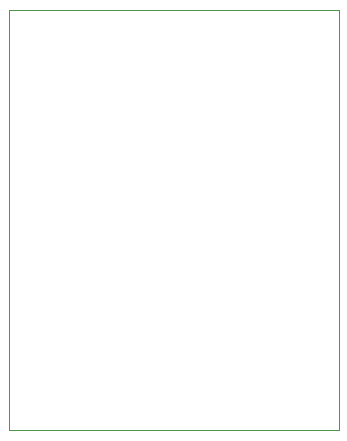
<source format=gbr>
%TF.GenerationSoftware,KiCad,Pcbnew,(6.0.10-0)*%
%TF.CreationDate,2023-02-17T15:47:28-08:00*%
%TF.ProjectId,problem2,70726f62-6c65-46d3-922e-6b696361645f,rev?*%
%TF.SameCoordinates,Original*%
%TF.FileFunction,Profile,NP*%
%FSLAX46Y46*%
G04 Gerber Fmt 4.6, Leading zero omitted, Abs format (unit mm)*
G04 Created by KiCad (PCBNEW (6.0.10-0)) date 2023-02-17 15:47:28*
%MOMM*%
%LPD*%
G01*
G04 APERTURE LIST*
%TA.AperFunction,Profile*%
%ADD10C,0.050000*%
%TD*%
G04 APERTURE END LIST*
D10*
X109220000Y-58420000D02*
X137160000Y-58420000D01*
X137160000Y-58420000D02*
X137160000Y-93980000D01*
X137160000Y-93980000D02*
X109220000Y-93980000D01*
X109220000Y-93980000D02*
X109220000Y-58420000D01*
M02*

</source>
